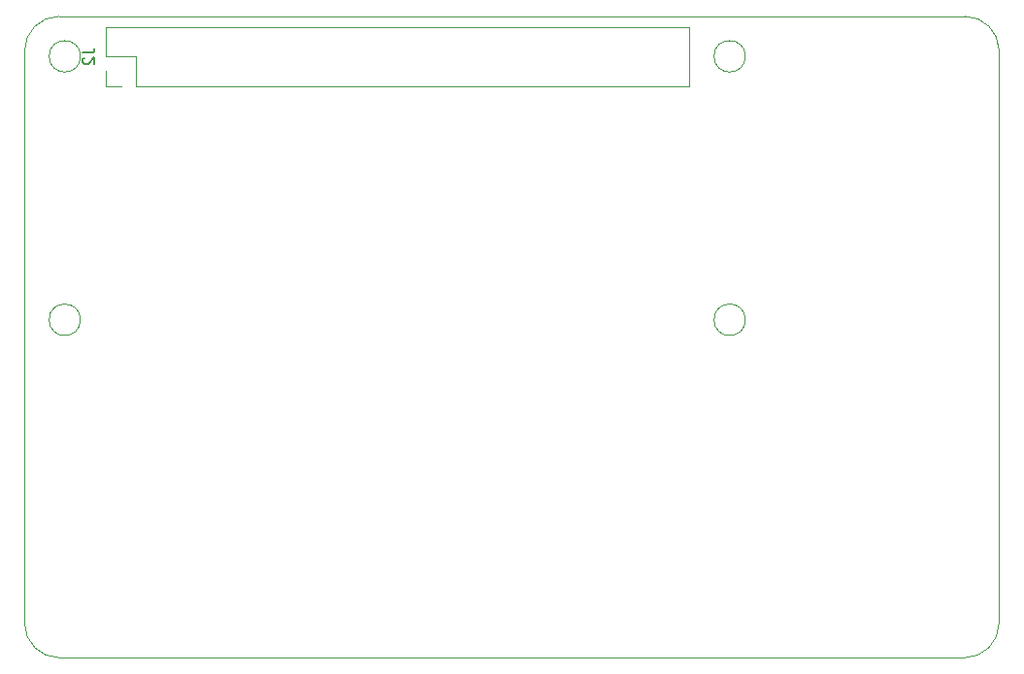
<source format=gbr>
G04 #@! TF.GenerationSoftware,KiCad,Pcbnew,8.0.3*
G04 #@! TF.CreationDate,2024-07-26T16:49:24+02:00*
G04 #@! TF.ProjectId,ice4pi,69636534-7069-42e6-9b69-6361645f7063,rev?*
G04 #@! TF.SameCoordinates,PX2faf080PY2ebae40*
G04 #@! TF.FileFunction,Legend,Bot*
G04 #@! TF.FilePolarity,Positive*
%FSLAX46Y46*%
G04 Gerber Fmt 4.6, Leading zero omitted, Abs format (unit mm)*
G04 Created by KiCad (PCBNEW 8.0.3) date 2024-07-26 16:49:24*
%MOMM*%
%LPD*%
G01*
G04 APERTURE LIST*
%ADD10C,0.150000*%
%ADD11C,0.120000*%
G04 #@! TA.AperFunction,Profile*
%ADD12C,0.050000*%
G04 #@! TD*
G04 APERTURE END LIST*
D10*
X5084819Y-3196666D02*
X5799104Y-3196666D01*
X5799104Y-3196666D02*
X5941961Y-3149047D01*
X5941961Y-3149047D02*
X6037200Y-3053809D01*
X6037200Y-3053809D02*
X6084819Y-2910952D01*
X6084819Y-2910952D02*
X6084819Y-2815714D01*
X5180057Y-3625238D02*
X5132438Y-3672857D01*
X5132438Y-3672857D02*
X5084819Y-3768095D01*
X5084819Y-3768095D02*
X5084819Y-4006190D01*
X5084819Y-4006190D02*
X5132438Y-4101428D01*
X5132438Y-4101428D02*
X5180057Y-4149047D01*
X5180057Y-4149047D02*
X5275295Y-4196666D01*
X5275295Y-4196666D02*
X5370533Y-4196666D01*
X5370533Y-4196666D02*
X5513390Y-4149047D01*
X5513390Y-4149047D02*
X6084819Y-3577619D01*
X6084819Y-3577619D02*
X6084819Y-4196666D01*
D11*
X7070000Y-930000D02*
X7070000Y-3530000D01*
X7070000Y-930000D02*
X57990000Y-930000D01*
X7070000Y-3530000D02*
X9670000Y-3530000D01*
X7070000Y-4800000D02*
X7070000Y-6130000D01*
X7070000Y-6130000D02*
X8400000Y-6130000D01*
X9670000Y-3530000D02*
X9670000Y-6130000D01*
X9670000Y-6130000D02*
X57990000Y-6130000D01*
X57990000Y-930000D02*
X57990000Y-6130000D01*
D12*
X62870328Y-26500000D02*
G75*
G02*
X60129672Y-26500000I-1370328J0D01*
G01*
X60129672Y-26500000D02*
G75*
G02*
X62870328Y-26500000I1370328J0D01*
G01*
X82000000Y0D02*
G75*
G02*
X85000000Y-3000000I0J-3000000D01*
G01*
X85000000Y-53000000D02*
G75*
G02*
X82000000Y-56000000I-3000000J0D01*
G01*
X3000000Y-56000000D02*
G75*
G02*
X0Y-53000000I0J3000000D01*
G01*
X0Y-3000000D02*
G75*
G02*
X3000000Y0I3000000J0D01*
G01*
X0Y-53000000D02*
X0Y-3000000D01*
X82000000Y-56000000D02*
X3000000Y-56000000D01*
X85000000Y-3000000D02*
X85000000Y-53000000D01*
X3000000Y0D02*
X82000000Y0D01*
X62870328Y-3500000D02*
G75*
G02*
X60129672Y-3500000I-1370328J0D01*
G01*
X60129672Y-3500000D02*
G75*
G02*
X62870328Y-3500000I1370328J0D01*
G01*
X4870328Y-26500000D02*
G75*
G02*
X2129672Y-26500000I-1370328J0D01*
G01*
X2129672Y-26500000D02*
G75*
G02*
X4870328Y-26500000I1370328J0D01*
G01*
X4870328Y-3500000D02*
G75*
G02*
X2129672Y-3500000I-1370328J0D01*
G01*
X2129672Y-3500000D02*
G75*
G02*
X4870328Y-3500000I1370328J0D01*
G01*
M02*

</source>
